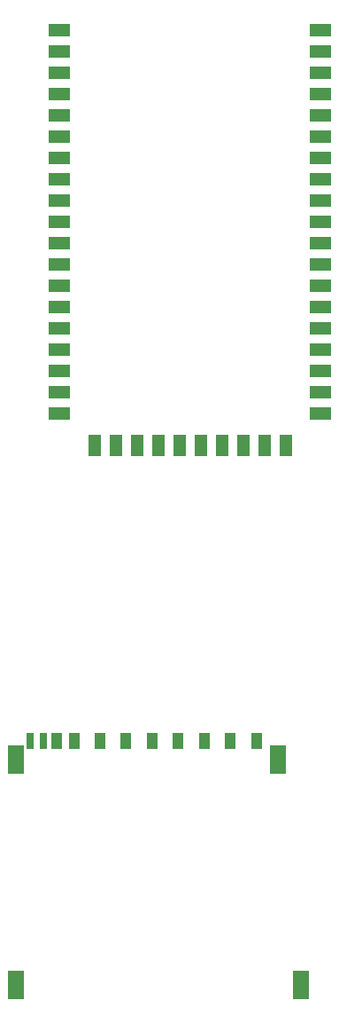
<source format=gtp>
G04 #@! TF.GenerationSoftware,KiCad,Pcbnew,5.0.2-bee76a0~70~ubuntu18.04.1*
G04 #@! TF.CreationDate,2019-05-01T17:12:39+02:00*
G04 #@! TF.ProjectId,lulo,6c756c6f-2e6b-4696-9361-645f70636258,Rev V1.0*
G04 #@! TF.SameCoordinates,Original*
G04 #@! TF.FileFunction,Paste,Top*
G04 #@! TF.FilePolarity,Positive*
%FSLAX45Y45*%
G04 Gerber Fmt 4.5, Leading zero omitted, Abs format (unit mm)*
G04 Created by KiCad (PCBNEW 5.0.2-bee76a0~70~ubuntu18.04.1) date 2019. máj. 1., szerda, 17:12:39 CEST*
%MOMM*%
%LPD*%
G01*
G04 APERTURE LIST*
%ADD10R,1.000000X1.500000*%
%ADD11R,0.700000X1.500000*%
%ADD12R,1.500000X2.800000*%
%ADD13R,1.200000X2.000000*%
%ADD14R,2.000000X1.200000*%
G04 APERTURE END LIST*
D10*
G04 #@! TO.C,J11*
X17705500Y-10588100D03*
X17455500Y-10588100D03*
X17205500Y-10588100D03*
X16955500Y-10588100D03*
X16705500Y-10588100D03*
X16455500Y-10588100D03*
X16212500Y-10588100D03*
X16042500Y-10588100D03*
X17955500Y-10588100D03*
D11*
X15912500Y-10588100D03*
X15792500Y-10588100D03*
D12*
X18163000Y-10768100D03*
X18383000Y-12918100D03*
X15653000Y-12918100D03*
X15653000Y-10768100D03*
G04 #@! TD*
D13*
G04 #@! TO.C,U2*
X16403320Y-7772400D03*
X16606520Y-7772400D03*
X16809720Y-7772400D03*
X17012920Y-7772400D03*
X17216120Y-7772400D03*
X17419320Y-7772400D03*
X17627600Y-7772400D03*
X17830800Y-7772400D03*
X18034000Y-7772400D03*
X18232120Y-7772400D03*
D14*
X16065500Y-3810000D03*
X16065500Y-4013200D03*
X16065500Y-4216400D03*
X16065500Y-4419600D03*
X16065500Y-4622800D03*
X16065500Y-4826000D03*
X16065500Y-5029200D03*
X16065500Y-5232400D03*
X16065500Y-5435600D03*
X16065500Y-5638800D03*
X16065500Y-5842000D03*
X16065500Y-6045200D03*
X16065500Y-6248400D03*
X16065500Y-6451600D03*
X16065500Y-6654800D03*
X16065500Y-6858000D03*
X16065500Y-7061200D03*
X16065500Y-7264400D03*
X16065500Y-7467600D03*
X18567400Y-3810000D03*
X18567400Y-4013200D03*
X18567400Y-4216400D03*
X18567400Y-4419600D03*
X18567400Y-4622800D03*
X18567400Y-4826000D03*
X18567400Y-5029200D03*
X18567400Y-5232400D03*
X18567400Y-5435600D03*
X18567400Y-5638800D03*
X18567400Y-5842000D03*
X18567400Y-6045200D03*
X18567400Y-6248400D03*
X18567400Y-6451600D03*
X18567400Y-6654800D03*
X18567400Y-6858000D03*
X18567400Y-7061200D03*
X18567400Y-7264400D03*
X18567400Y-7467600D03*
G04 #@! TD*
M02*

</source>
